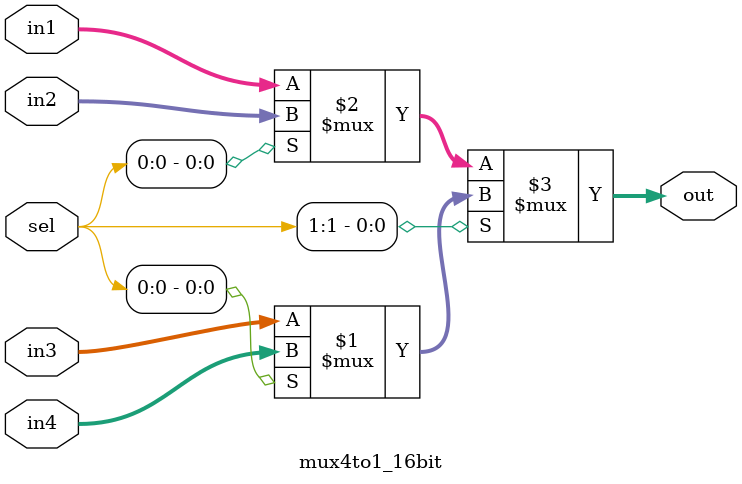
<source format=v>
module mux4to1_16bit (in1,in2,in3,in4,sel,out);

parameter DWIDTH=16;

input [DWIDTH-1:0] in1,in2,in3,in4;

input [1:0] sel;

output [DWIDTH-1:0] out;

assign out = sel[1] ? ( sel[0] ? in4 : in3 ) : ( sel[0] ? in2 : in1 );

endmodule
</source>
